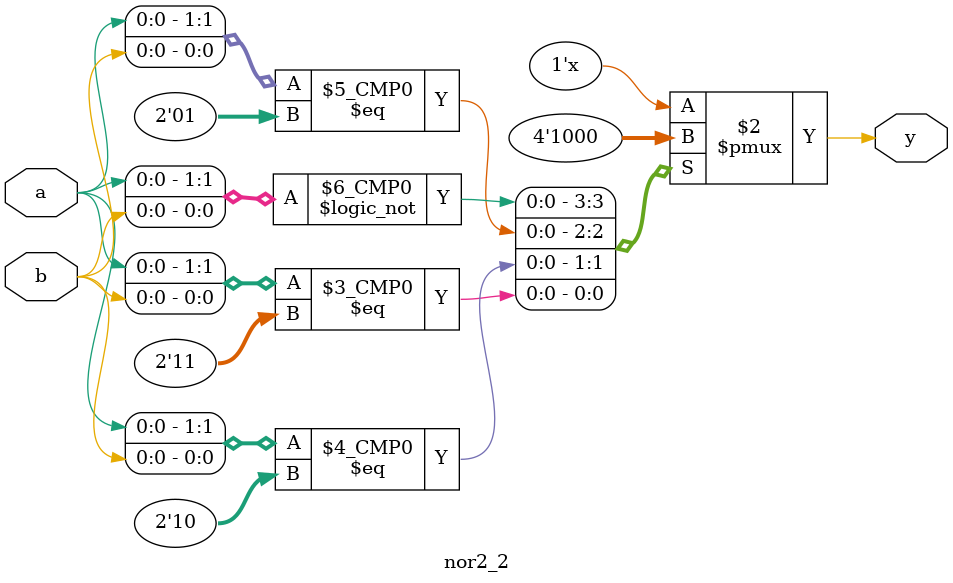
<source format=v>

module nor2_1(y,a,b);
input a,b;
output y;
nor(y,a,b);
endmodule

// 行为描述（case语句）
module nor2_2(y,a,b);
input a,b;
output y;
reg y;
always @(a,b) begin
    case ({a,b})
    2'b00: y <= 1;
    2'b01: y <= 0;
    2'b10: y <= 0;
    2'b11: y <= 0;
    default: y <='bx;
    endcase
end
endmodule


</source>
